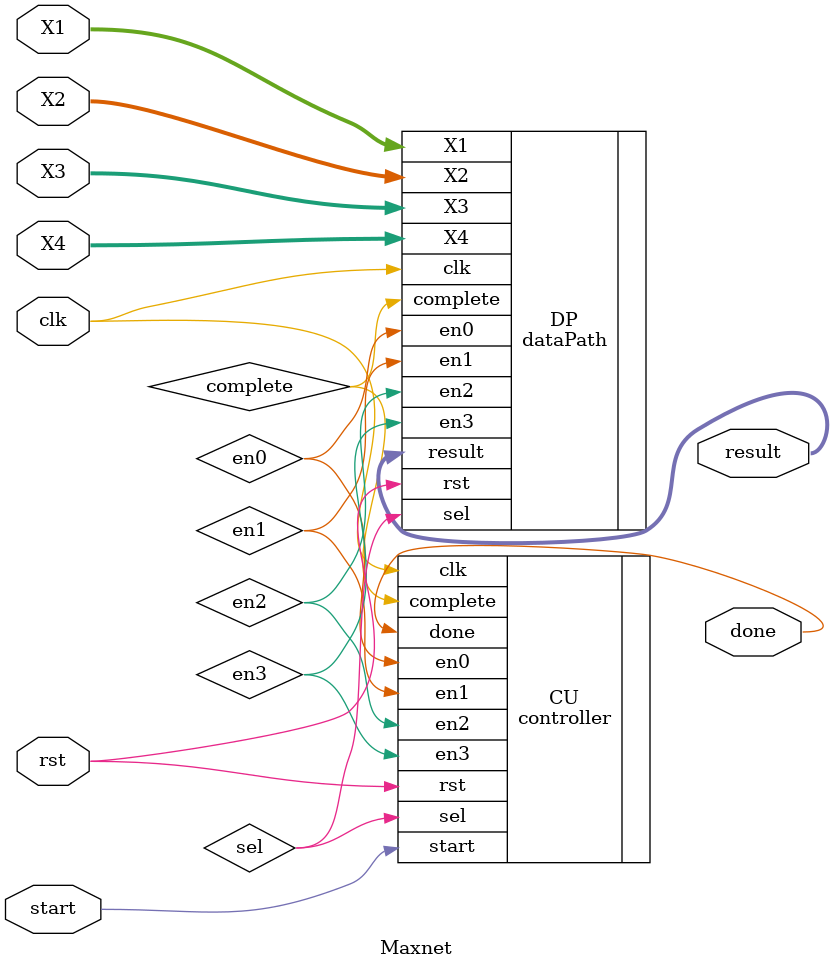
<source format=v>
module Maxnet(clk, rst, start, X1, X2, X3, X4, done, result);
	input clk, rst, start;
	input[4:0]X1, X2, X3, X4;
	output done;
	output[4:0] result;
	wire sel, en0, en1, en2, en3, complete;
	
	dataPath DP(.clk(clk), .rst(rst), .X1(X1), .X2(X2),
		.X3(X3), .X4(X4), .sel(sel), .en0(en0),
		.en1(en1), .en2(en2), .en3(en3), .complete(complete),
		.result(result));

	controller CU(.clk(clk), .start(start), .complete(complete), .rst(rst),
				.sel(sel), .en0(en0), .en1(en1), .en2(en2),
				.en3(en3), .done(done));
endmodule



</source>
